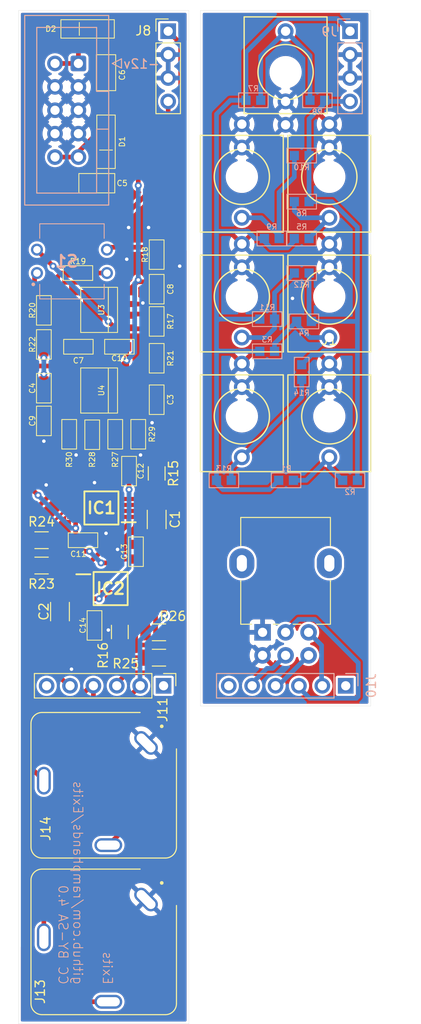
<source format=kicad_pcb>
(kicad_pcb (version 20211014) (generator pcbnew)
  (title_block (title "Exits") (date "2022-01-28") (rev "2.1"))
  (layers (0 "F.Cu" signal) (31 "B.Cu" signal) (34 "B.Paste" user) (35 "F.Paste" user) (36 "B.SilkS" user "B.Silkscreen") (37 "F.SilkS" user "F.Silkscreen") (38 "B.Mask" user) (39 "F.Mask" user) (44 "Edge.Cuts" user))
  (net 0 "")
  (net 1 "GND")
  (net 2 "Net-(C1-Pad1)")
  (net 3 "Net-(C1-Pad2)")
  (net 4 "Net-(C2-Pad1)")
  (net 5 "Net-(C2-Pad2)")
  (net 6 "+12V")
  (net 7 "-12V")
  (net 8 "Net-(D1-Pad2)")
  (net 9 "Net-(D2-Pad1)")
  (net 10 "Net-(J1-Pad3)")
  (net 11 "Net-(J2-Pad3)")
  (net 12 "Net-(J3-Pad3)")
  (net 13 "Net-(J4-Pad3)")
  (net 14 "Net-(J5-Pad3)")
  (net 15 "Net-(J6-Pad3)")
  (net 16 "Net-(J7-Pad3)")
  (net 17 "Net-(J9-Pad1)")
  (net 18 "Net-(J10-Pad4)")
  (net 19 "Net-(J10-Pad2)")
  (net 21 "Net-(R17-Pad2)")
  (net 22 "Net-(R18-Pad2)")
  (net 23 "Net-(C3-Pad2)")
  (net 24 "Net-(C3-Pad1)")
  (net 25 "Net-(C4-Pad2)")
  (net 26 "Net-(C4-Pad1)")
  (net 27 "Net-(J8-Pad1)")
  (net 28 "Net-(J10-Pad3)")
  (net 29 "Rout")
  (net 30 "Lout")
  (net 31 "HPoutR")
  (net 32 "HPoutL")
  (net 33 "Net-(R19-Pad2)")
  (net 34 "Net-(R20-Pad2)")
  (net 35 "Net-(IC1-Pad6)")
  (net 36 "Net-(IC1-Pad1)")
  (net 37 "Net-(IC2-Pad6)")
  (net 38 "Net-(IC2-Pad1)")
  (net 39 "Net-(J9-Pad4)")
  (net 40 "Net-(J8-Pad4)")
  (net 42 "Net-(J10-Pad5)")
  (footprint "nearness:PJ301M12" (layer "F.Cu") (at 156.5 71.055 180)
    (fp_text reference "J2" hide)
    (fp_text value "PJ301M12")
  )
  (footprint "nearness:PJ301M12" (layer "F.Cu") (at 156.5 58.055 180)
    (fp_text reference "J3" hide)
    (fp_text value "PJ301M12")
  )
  (footprint "nearness:PJ301M12" (layer "F.Cu") (at 151.75 46.695)
    (fp_text reference "J4" hide)
    (fp_text value "PJ301M12")
  )
  (footprint "nearness:PJ301M12" (layer "F.Cu") (at 147 58.055 180)
    (fp_text reference "J5" hide)
    (fp_text value "PJ301M12")
  )
  (footprint "nearness:PJ301M12" (layer "F.Cu") (at 147 71.055 180)
    (fp_text reference "J6" hide)
    (fp_text value "PJ301M12")
  )
  (footprint "nearness:PJ301M12" (layer "F.Cu") (at 147 84.055 180)
    (fp_text reference "J7" hide)
    (fp_text value "PJ301M12")
  )
  (footprint "Capacitors_SMD:C_1206" (layer "F.Cu") (at 137.75 95.25 90)
    (fp_text reference "C1")
    (fp_text value "100n")
  )
  (footprint "Capacitors_SMD:C_1206" (layer "F.Cu") (at 127.25 105.25 90)
    (fp_text reference "C2")
    (fp_text value "100n")
  )
  (footprint "nearness:0603" (layer "F.Cu") (at 137.75 82.25 -90)
    (fp_text reference "C3")
    (fp_text value "22p")
  )
  (footprint "nearness:0603" (layer "F.Cu") (at 125.5 81 -90)
    (fp_text reference "C4")
    (fp_text value "22p")
  )
  (footprint "nearness:0805" (layer "F.Cu") (at 131.25 58.75 180)
    (fp_text reference "C5")
    (fp_text value "22u")
  )
  (footprint "nearness:0805" (layer "F.Cu") (at 132.25 46.75 90)
    (fp_text reference "C6")
    (fp_text value "22u")
  )
  (footprint "nearness:0603" (layer "F.Cu") (at 129.25 76.5)
    (fp_text reference "C7")
    (fp_text value "100n")
  )
  (footprint "nearness:0603" (layer "F.Cu") (at 137.75 70.25 90)
    (fp_text reference "C8")
    (fp_text value "100n")
  )
  (footprint "nearness:0603" (layer "F.Cu") (at 125.5 84.55 -90)
    (fp_text reference "C9")
    (fp_text value "100n")
  )
  (footprint "nearness:0603" (layer "F.Cu") (at 133.7 76.5)
    (fp_text reference "C10")
    (fp_text value "100n")
  )
  (footprint "nearness:SOD-123" (layer "F.Cu") (at 132.25 54.25 90)
    (fp_text reference "D1")
    (fp_text value "1N5819HW")
  )
  (footprint "nearness:SOD-123" (layer "F.Cu") (at 130.25 42)
    (fp_text reference "D2")
    (fp_text value "1N5819HW")
  )
  (footprint "nearness:PJ301M12" (layer "F.Cu") (at 156.5 84.055 180)
    (fp_text reference "J1")
    (fp_text value "PJ301M12")
  )
  (footprint "Connector_PinHeader_2.54mm:PinHeader_1x04_P2.54mm_Vertical" (layer "F.Cu") (at 139 42.25)
    (fp_text reference "J8")
    (fp_text value "Conn_01x04_Male")
  )
  (footprint "Connector_PinHeader_2.54mm:PinHeader_1x06_P2.54mm_Vertical" (layer "F.Cu") (at 138.5 113.3 -90)
    (fp_text reference "J11")
    (fp_text value "Conn_01x06_Male")
  )
  (footprint "Resistor_SMD:R_1206_3216Metric" (layer "F.Cu") (at 137.75 90.25 -90)
    (fp_text reference "R15")
    (fp_text value "100k")
  )
  (footprint "Resistor_SMD:R_1206_3216Metric" (layer "F.Cu") (at 133.75 107.4625 90)
    (fp_text reference "R16")
    (fp_text value "100k")
  )
  (footprint "nearness:0603" (layer "F.Cu") (at 137.75 73.75 -90)
    (fp_text reference "R17")
    (fp_text value "100k")
  )
  (footprint "nearness:0603" (layer "F.Cu") (at 137.75 66.5 90)
    (fp_text reference "R18")
    (fp_text value "100k")
  )
  (footprint "nearness:0603" (layer "F.Cu") (at 129.2 68.5)
    (fp_text reference "R19")
    (fp_text value "100k")
  )
  (footprint "nearness:0603" (layer "F.Cu") (at 125.5 72.55 -90)
    (fp_text reference "R20")
    (fp_text value "100k")
  )
  (footprint "nearness:0603" (layer "F.Cu") (at 137.75 77.75 -90)
    (fp_text reference "R21")
    (fp_text value "100k")
  )
  (footprint "nearness:0603" (layer "F.Cu") (at 125.5 76.25 -90)
    (fp_text reference "R22")
    (fp_text value "100k")
  )
  (footprint "Resistor_SMD:R_1206_3216Metric" (layer "F.Cu") (at 125.25 100.25 180)
    (fp_text reference "R23")
    (fp_text value "1")
  )
  (footprint "Resistor_SMD:R_1206_3216Metric" (layer "F.Cu") (at 125.25 97.5 180)
    (fp_text reference "R24")
    (fp_text value "1")
  )
  (footprint "Resistor_SMD:R_1206_3216Metric" (layer "F.Cu") (at 138 110.25)
    (fp_text reference "R25")
    (fp_text value "1")
  )
  (footprint "Resistor_SMD:R_1206_3216Metric" (layer "F.Cu") (at 138 107.5)
    (fp_text reference "R26")
    (fp_text value "1")
  )
  (footprint "nearness:0603" (layer "F.Cu") (at 133.25 86 -90)
    (fp_text reference "R27")
    (fp_text value "100k")
  )
  (footprint "nearness:0603" (layer "F.Cu") (at 130.75 86.05 -90)
    (fp_text reference "R28")
    (fp_text value "100k")
  )
  (footprint "nearness:0603" (layer "F.Cu") (at 135.75 86 -90)
    (fp_text reference "R29")
    (fp_text value "1k")
  )
  (footprint "nearness:0603" (layer "F.Cu") (at 128.25 86 -90)
    (fp_text reference "R30")
    (fp_text value "1k")
  )
  (footprint "Potentiometer_THT:Potentiometer_Alpha_RD902F-40-00D_Dual_Vertical" (layer "F.Cu") (at 149.25 107.5 90)
    (fp_text reference "RV1" hide)
    (fp_text value "50k A" hide)
  )
  (footprint "nearness:SOIC-8" (layer "F.Cu") (at 131.5 72.5 90)
    (fp_text reference "U3")
    (fp_text value "LME49720")
  )
  (footprint "nearness:SOIC-8" (layer "F.Cu") (at 131.5 81.25 90)
    (fp_text reference "U4")
    (fp_text value "LME49720")
  )
  (footprint "SamacSys_Parts:SOP65P640X145-8N" (layer "F.Cu") (at 131.75 94 180)
    (fp_text reference "IC1")
    (fp_text value "NJM4556AV-TE1" hide)
  )
  (footprint "SamacSys_Parts:SOP65P640X145-8N" (layer "F.Cu") (at 132.75 102.75)
    (fp_text reference "IC2")
    (fp_text value "NJM4556AV-TE1" hide)
  )
  (footprint "nearness:0603" (layer "F.Cu") (at 129.75 97.5)
    (fp_text reference "C11")
    (fp_text value "100n")
  )
  (footprint "nearness:0603" (layer "F.Cu") (at 134.75 90 -90)
    (fp_text reference "C12")
    (fp_text value "100n")
  )
  (footprint "nearness:0603" (layer "F.Cu") (at 135.5 98.75 90)
    (fp_text reference "C13")
    (fp_text value "100n")
  )
  (footprint "nearness:0603" (layer "F.Cu") (at 131 106.75 90)
    (fp_text reference "C14")
    (fp_text value "100n")
  )
  (footprint "Connector:CUI_SJ-63083A" (layer "F.Cu") (at 132 124.1 90)
    (fp_text reference "J14")
    (fp_text value "SJ-63083A")
  )
  (footprint "Connector:CUI_SJ-63083A" (layer "F.Cu") (at 132 141.1 90)
    (fp_text reference "J13")
    (fp_text value "SJ-63083A")
  )
  (footprint "nearness:0603" (layer "B.Cu") (at 151.8 91 180)
    (fp_text reference "R1")
    (fp_text value "100k")
  )
  (footprint "nearness:0603" (layer "B.Cu") (at 158.75 91)
    (fp_text reference "R2")
    (fp_text value "1M69")
  )
  (footprint "nearness:0603" (layer "B.Cu") (at 149.75 77 180)
    (fp_text reference "R3")
    (fp_text value "102k")
  )
  (footprint "nearness:0603" (layer "B.Cu") (at 153.75 73.75)
    (fp_text reference "R4")
    (fp_text value "442k")
  )
  (footprint "nearness:0603" (layer "B.Cu") (at 153.5 64.75 180)
    (fp_text reference "R5")
    (fp_text value "113k")
  )
  (footprint "nearness:0603" (layer "B.Cu") (at 153.5 60.75)
    (fp_text reference "R6")
    (fp_text value "215k")
  )
  (footprint "nearness:0603" (layer "B.Cu") (at 148.25 49.75 180)
    (fp_text reference "R7")
    (fp_text value "140k")
  )
  (footprint "nearness:0603" (layer "B.Cu") (at 155.2 49.75)
    (fp_text reference "R8")
    (fp_text value "140k")
  )
  (footprint "nearness:0603" (layer "B.Cu") (at 150.25 64.75 180)
    (fp_text reference "R9")
    (fp_text value "215k")
  )
  (footprint "nearness:0603" (layer "B.Cu") (at 153.5 55.75)
    (fp_text reference "R10")
    (fp_text value "113k")
  )
  (footprint "nearness:0603" (layer "B.Cu") (at 149.75 73.5 180)
    (fp_text reference "R11")
    (fp_text value "442k")
  )
  (footprint "nearness:0603" (layer "B.Cu") (at 153.5 68.5)
    (fp_text reference "R12")
    (fp_text value "102k")
  )
  (footprint "nearness:0603" (layer "B.Cu") (at 145.05 91 180)
    (fp_text reference "R13")
    (fp_text value "1M69")
  )
  (footprint "nearness:0603" (layer "B.Cu") (at 153.5 79.25 90)
    (fp_text reference "R14")
    (fp_text value "100k")
  )
  (footprint "Connector_PinSocket_2.54mm:PinSocket_1x04_P2.54mm_Vertical" (layer "B.Cu") (at 158.75 42.25 180)
    (fp_text reference "J9")
    (fp_text value "Conn_01x04_Female")
  )
  (footprint "Connector_PinSocket_2.54mm:PinSocket_1x06_P2.54mm_Vertical" (layer "B.Cu") (at 158.28 113.3 90)
    (fp_text reference "J10")
    (fp_text value "Conn_01x06_Female")
  )
  (footprint "SamacSys_Parts:ADP0204" (layer "B.Cu") (at 124.75 68.5)
    (fp_text reference "S1")
    (fp_text value "ADP0204" hide)
  )
  (footprint "Connector_IDC:IDC-Header_2x05_P2.54mm_Vertical" (layer "B.Cu") (at 129.25 45.75 180)
    (fp_text reference "J12" hide)
    (fp_text value "Euro power header")
  )
  (gr_line (start 161 40) (end 161 115.5) (layer "Edge.Cuts") (width 0.0254))
  (gr_line (start 161 115.5) (end 142.5 115.5) (layer "Edge.Cuts") (width 0.0254))
  (gr_line (start 142.5 40) (end 161 40) (layer "Edge.Cuts") (width 0.0254))
  (gr_line (start 141.25 150) (end 122.75 150) (layer "Edge.Cuts") (width 0.0254))
  (gr_line (start 122.75 150) (end 122.75 40) (layer "Edge.Cuts") (width 0.0254))
  (gr_line (start 122.75 40) (end 141.25 40) (layer "Edge.Cuts") (width 0.0254))
  (gr_line (start 141.25 40) (end 141.25 150) (layer "Edge.Cuts") (width 0.0254))
  (gr_line (start 142.5 115.5) (end 142.5 40) (layer "Edge.Cuts") (width 0.0254))
  (gr_text "Exits\n\ngithub.com/ramphands/Exits\nCC BY-SA 4.0\n" (at 130 145.8 -90) (layer "B.SilkS") (effects (font (size 1 1) (thickness 0.1)) (justify left mirror)))
  (gr_text "-12v" (at 136.1 45.8) (layer "B.SilkS") (effects (font (size 1 1)) (justify mirror)))
  (via (at 134.5 67) (size 0.762) (drill 0.381) (layers "F.Cu" "B.Cu") (net 1))
  (via (at 134.7 63.56) (size 0.762) (drill 0.381) (layers "F.Cu" "B.Cu") (net 1))
  (via (at 136.87 63.56) (size 0.762) (drill 0.381) (layers "F.Cu" "B.Cu") (net 1))
  (via (at 125.5 86.75) (size 0.762) (drill 0.381) (layers "F.Cu" "B.Cu") (net 1))
  (via (at 152.5 71.25) (size 0.762) (drill 0.381) (layers "F.Cu" "B.Cu") (net 1))
  (via (at 132.25 96.75) (size 0.762) (drill 0.381) (layers "F.Cu" "B.Cu") (net 1))
  (via (at 132.5 107.25) (size 0.762) (drill 0.381) (layers "F.Cu" "B.Cu") (net 1))
  (via (at 131 91.25) (size 0.762) (drill 0.381) (layers "F.Cu" "B.Cu") (net 1))
  (via (at 125.75 91.5) (size 0.762) (drill 0.381) (layers "F.Cu" "B.Cu") (net 1))
  (via (at 129 88.25) (size 0.762) (drill 0.381) (layers "F.Cu" "B.Cu") (net 1))
  (via (at 136.25 71.75) (size 0.762) (drill 0.381) (layers "F.Cu" "B.Cu") (net 1))
  (via (at 133.5 98.5) (size 0.762) (drill 0.381) (layers "F.Cu" "B.Cu") (net 1))
  (via (at 137.25 84.75) (size 0.762) (drill 0.381) (layers "F.Cu" "B.Cu") (net 1))
  (via (at 140.25 67.75) (size 0.762) (drill 0.381) (layers "F.Cu" "B.Cu") (net 1))
  (via (at 128.5 111.5) (size 0.762) (drill 0.381) (layers "F.Cu" "B.Cu") (net 1))
  (via (at 136 88.25) (size 0.762) (drill 0.381) (layers "F.Cu" "B.Cu") (net 1))
  (segment (start 136.904991 111.891999) (end 137.62998 111.16701) (width 0.508) (layer "F.Cu") (net 2))
  (segment (start 137.62998 111.16701) (end 137.62998 96.87002) (width 0.508) (layer "F.Cu") (net 2))
  (segment (start 137.62998 96.87002) (end 137.75 96.75) (width 0.508) (layer "F.Cu") (net 2))
  (segment (start 134.568001 111.891999) (end 136.904991 111.891999) (width 0.508) (layer "F.Cu") (net 2))
  (segment (start 133.21 113.25) (end 134.568001 111.891999) (width 0.508) (layer "F.Cu") (net 2))
  (segment (start 134.712 93.675) (end 137.675 93.675) (width 0.3) (layer "F.Cu") (net 3))
  (segment (start 134.712 93.675) (end 133.647298 93.675) (width 0.3) (layer "F.Cu") (net 3))
  (segment (start 133.647298 93.675) (end 132.997298 93.025) (width 0.3) (layer "F.Cu") (net 3))
  (segment (start 132.997298 93.025) (end 128.788 93.025) (width 0.3) (layer "F.Cu") (net 3))
  (segment (start 137.675 93.675) (end 137.75 93.75) (width 0.3) (layer "F.Cu") (net 3))
  (segment (start 137.75 91.7125) (end 137.75 93.75) (width 0.508) (layer "F.Cu") (net 3))
  (segment (start 127.25 112.37) (end 128.13 113.25) (width 0.508) (layer "F.Cu") (net 4))
  (segment (start 127.25 106.75) (end 127.25 112.37) (width 0.508) (layer "F.Cu") (net 4))
  (segment (start 129.788 103.075) (end 127.925 103.075) (width 0.3) (layer "F.Cu") (net 5))
  (segment (start 132.825 103.075) (end 129.788 103.075) (width 0.3) (layer "F.Cu") (net 5))
  (segment (start 133.75 106) (end 135.712 104.038) (width 0.508) (layer "F.Cu") (net 5))
  (segment (start 135.712 104.038) (end 135.712 103.808001) (width 0.508) (layer "F.Cu") (net 5))
  (segment (start 135.712 103.725) (end 133.475 103.725) (width 0.3) (layer "F.Cu") (net 5))
  (segment (start 133.475 103.725) (end 132.825 103.075) (width 0.3) (layer "F.Cu") (net 5))
  (segment (start 127.925 103.075) (end 127.25 103.75) (width 0.3) (layer "F.Cu") (net 5))
  (segment (start 127.456001 64.801999) (end 124.194159 64.801999) (width 0.508) (layer "F.Cu") (net 6))
  (segment (start 135.5 99.55) (end 135.5 101.479999) (width 0.508) (layer "F.Cu") (net 6))
  (segment (start 124.194159 64.801999) (end 123.591999 65.404159) (width 0.508) (layer "F.Cu") (net 6))
  (segment (start 128.95 97.5) (end 128.95 96.2) (width 0.508) (layer "F.Cu") (net 6))
  (segment (start 134.2 99.55) (end 135.5 99.55) (width 0.508) (layer "F.Cu") (net 6))
  (segment (start 123.591999 81.841999) (end 123.591999 91.341999) (width 0.508) (layer "F.Cu") (net 6))
  (segment (start 126.358001 78.591999) (end 123.591999 78.591999) (width 0.508) (layer "F.Cu") (net 6))
  (segment (start 128.95 95.220001) (end 128.788 95.058001) (width 0.508) (layer "F.Cu") (net 6))
  (segment (start 123.591999 91.341999) (end 124.871382 92.621382) (width 0.508) (layer "F.Cu") (net 6))
  (segment (start 123.591999 81.841999) (end 125.5 83.75) (width 0.508) (layer "F.Cu") (net 6))
  (segment (start 132.25 60.008) (end 127.456001 64.801999) (width 0.508) (layer "F.Cu") (net 6))
  (segment (start 128.95 97.5) (end 128.95 97.7) (width 0.508) (layer "F.Cu") (net 6))
  (segment (start 133.786382 99.963618) (end 134.2 99.55) (width 0.508) (layer "F.Cu") (net 6))
  (segment (start 128.5 83.155) (end 126.095 83.155) (width 0.508) (layer "F.Cu") (net 6))
  (segment (start 132.25 58.75) (end 132.25 60.008) (width 0.508) (layer "F.Cu") (net 6))
  (segment (start 131.713618 99.963618) (end 133.786382 99.963618) (width 0.508) (layer "F.Cu") (net 6))
  (segment (start 128.95 97.814402) (end 129.84198 98.706382) (width 0.508) (layer "F.Cu") (net 6))
  (segment (start 128.95 96.2) (end 128.95 95.220001) (width 0.508) (layer "F.Cu") (net 6))
  (segment (start 135.5 101.479999) (end 135.712 101.691999) (width 0.508) (layer "F.Cu") (net 6))
  (segment (start 126.095 83.155) (end 125.5 83.75) (width 0.508) (layer "F.Cu") (net 6))
  (segment (start 132.25 56.15) (end 132.25 58.75) (width 0.508) (layer "F.Cu") (net 6))
  (segment (start 128.45 76.5) (end 128.45 74.455) (width 0.508) (layer "F.Cu") (net 6))
  (segment (start 123.591999 78.591999) (end 123.591999 81.841999) (width 0.508) (layer "F.Cu") (net 6))
  (segment (start 128.95 97.5) (end 128.95 97.814402) (width 0.508) (layer "F.Cu") (net 6))
  (segment (start 128.45 74.455) (end 128.5 74.405) (width 0.508) (layer "F.Cu") (net 6))
  (segment (start 129.84198 98.706382) (end 130.456382 98.706382) (width 0.508) (layer "F.Cu") (net 6))
  (segment (start 128.45 76.5) (end 126.358001 78.591999) (width 0.508) (layer "F.Cu") (net 6))
  (segment (start 123.591999 65.404159) (end 123.591999 78.591999) (width 0.508) (layer "F.Cu") (net 6))
  (via (at 131.713618 99.963618) (size 0.762) (drill 0.381) (layers "F.Cu" "B.Cu") (net 6))
  (via (at 130.456382 98.706382) (size 0.762) (drill 0.381) (layers "F.Cu" "B.Cu") (net 6))
  (via (at 128.95 96.2) (size 0.762) (drill 0.381) (layers "F.Cu" "B.Cu") (net 6))
  (via (at 124.871382 92.621382) (size 0.762) (drill 0.381) (layers "F.Cu" "B.Cu") (net 6))
  (segment (start 130.456382 98.706382) (end 131.713618 99.963618) (width 0.508) (layer "B.Cu") (net 6))
  (segment (start 124.871382 92.621382) (end 128.45 96.2) (width 0.508) (layer "B.Cu") (net 6))
  (segment (start 128.45 96.2) (end 128.95 96.2) (width 0.508) (layer "B.Cu") (net 6))
  (segment (start 134.75 92) (end 134.75 92.903999) (width 0.508) (layer "F.Cu") (net 7))
  (segment (start 131.5 103.86) (end 129.839999 103.86) (width 0.508) (layer "F.Cu") (net 7))
  (segment (start 132.229989 89.287989) (end 133.742 90.8) (width 0.508) (layer "F.Cu") (net 7))
  (segment (start 134.5 78) (end 134.5 79.345) (width 0.508) (layer "F.Cu") (net 7))
  (segment (start 131 105.95) (end 129.992 105.95) (width 0.508) (layer "F.Cu") (net 7))
  (segment (start 134.5 70.595) (end 135.645 69.45) (width 0.508) (layer "F.Cu") (net 7))
  (segment (start 134.75 90.8) (end 134.75 92) (width 0.508) (layer "F.Cu") (net 7))
  (segment (start 132.25 45.75) (end 135.410158 45.75) (width 0.508) (layer "F.Cu") (net 7))
  (segment (start 134.75 92.903999) (end 134.712 92.941999) (width 0.508) (layer "F.Cu") (net 7))
  (segment (start 129.992 105.95) (end 129.788 105.746) (width 0.508) (layer "F.Cu") (net 7))
  (segment (start 129.788 105.746) (end 129.788 103.808001) (width 0.508) (layer "F.Cu") (net 7))
  (segment (start 135.410158 45.75) (end 135.75 46.089842) (width 0.508) (layer "F.Cu") (net 7))
  (segment (start 132.15 45.65) (end 132.25 45.75) (width 0.508) (layer "F.Cu") (net 7))
  (segment (start 133.742 90.8) (end 134.75 90.8) (width 0.508) (layer "F.Cu") (net 7))
  (segment (start 132.229989 80.270011) (end 132.229989 89.287989) (width 0.508) (layer "F.Cu") (net 7))
  (segment (start 132.15 42) (end 132.15 45.65) (width 0.508) (layer "F.Cu") (net 7))
  (segment (start 134.5 78) (end 132.229989 80.270011) (width 0.508) (layer "F.Cu") (net 7))
  (segment (start 135.75 46.089842) (end 135.75 59) (width 0.508) (layer "F.Cu") (net 7))
  (segment (start 135.645 69.45) (end 137.75 69.45) (width 0.508) (layer "F.Cu") (net 7))
  (segment (start 134.5 76.5) (end 134.5 78) (width 0.508) (layer "F.Cu") (net 7))
  (via (at 134.75 92) (size 0.762) (drill 0.381) (layers "F.Cu" "B.Cu") (net 7))
  (via (at 134.5 78) (size 0.762) (drill 0.381) (layers "F.Cu" "B.Cu") (net 7))
  (via (at 131.5 103.86) (size 0.762) (drill 0.381) (layers "F.Cu" "B.Cu") (net 7))
  (via (at 135.75 59) (size 0.762) (drill 0.381) (layers "F.Cu" "B.Cu") (net 7))
  (via (at 135.75 69.25) (size 0.762) (drill 0.381) (layers "F.Cu" "B.Cu") (net 7))
  (segment (start 135.75 59) (end 135.75 69.25) (width 0.508) (layer "B.Cu") (net 7))
  (segment (start 135.75 69.25) (end 135.360999 69.639001) (width 0.508) (layer "B.Cu") (net 7))
  (segment (start 134.75 100.5) (end 131.5 103.75) (width 0.508) (layer "B.Cu") (net 7))
  (segment (start 135.360999 77.139001) (end 134.5 78) (width 0.508) (layer "B.Cu") (net 7))
  (segment (start 131.5 103.75) (end 131.5 103.86) (width 0.508) (layer "B.Cu") (net 7))
  (segment (start 135.360999 69.639001) (end 135.360999 77.139001) (width 0.508) (layer "B.Cu") (net 7))
  (segment (start 134.75 92) (end 134.75 100.5) (width 0.508) (layer "B.Cu") (net 7))
  (segment (start 129.25 55.35) (end 132.25 52.35) (width 0.508) (layer "F.Cu") (net 8))
  (segment (start 126.71 55.91) (end 129.25 55.91) (width 0.508) (layer "F.Cu") (net 8))
  (segment (start 129.25 55.91) (end 129.25 55.35) (width 0.508) (layer "F.Cu") (net 8))
  (segment (start 129.25 42.9) (end 128.35 42) (width 0.508) (layer "F.Cu") (net 9))
  (segment (start 126.71 45.75) (end 129.25 45.75) (width 0.508) (layer "F.Cu") (net 9))
  (segment (start 129.25 45.75) (end 129.25 42.9) (width 0.508) (layer "F.Cu") (net 9))
  (segment (start 154 91) (end 156.5 88.5) (width 0.508) (layer "B.Cu") (net 10))
  (segment (start 156.5 89.55) (end 157.95 91) (width 0.508) (layer "B.Cu") (net 10))
  (segment (start 152.6 91) (end 154 91) (width 0.508) (layer "B.Cu") (net 10))
  (segment (start 156.5 88.5) (end 156.5 89.55) (width 0.508) (layer "B.Cu") (net 10))
  (segment (start 152.95 74.064402) (end 152.95 73.75) (width 0.508) (layer "B.Cu") (net 11))
  (segment (start 150.55 76.15) (end 152.95 73.75) (width 0.508) (layer "B.Cu") (net 11))
  (segment (start 154.385598 75.5) (end 152.95 74.064402) (width 0.508) (layer "B.Cu") (net 11))
  (segment (start 156.5 75.5) (end 154.385598 75.5) (width 0.508) (layer "B.Cu") (net 11))
  (segment (start 150.55 77) (end 150.55 76.15) (width 0.508) (layer "B.Cu") (net 11))
  (segment (start 154.3 64.75) (end 154.3 64.7) (width 0.508) (layer "B.Cu") (net 12))
  (segment (start 154.3 64.7) (end 156.5 62.5) (width 0.508) (layer "B.Cu") (net 12))
  (segment (start 152.7 61.758) (end 152.7 60.75) (width 0.508) (layer "B.Cu") (net 12))
  (segment (start 156.5 62.5) (end 153.442 62.5) (width 0.508) (layer "B.Cu") (net 12))
  (segment (start 153.442 62.5) (end 152.7 61.758) (width 0.508) (layer "B.Cu") (net 12))
  (segment (start 154.4 44.9) (end 151.75 42.25) (width 0.508) (layer "B.Cu") (net 13))
  (segment (start 149.05 49.75) (end 149.05 44.95) (width 0.508) (layer "B.Cu") (net 13))
  (segment (start 149.05 44.95) (end 151.75 42.25) (width 0.508) (layer "B.Cu") (net 13))
  (segment (start 154.4 49.75) (end 154.4 44.9) (width 0.508) (layer "B.Cu") (net 13))
  (segment (start 149.114402 62.5) (end 147 62.5) (width 0.508) (layer "B.Cu") (net 14))
  (segment (start 152.7 58.077644) (end 151.05 59.727644) (width 0.508) (layer "B.Cu") (net 14))
  (segment (start 151.05 59.727644) (end 151.05 64.75) (width 0.508) (layer "B.Cu") (net 14))
  (segment (start 151.05 64.435598) (end 149.114402 62.5) (width 0.508) (layer "B.Cu") (net 14))
  (segment (start 152.7 55.75) (end 152.7 58.077644) (width 0.508) (layer "B.Cu") (net 14))
  (segment (start 151.05 64.75) (end 151.05 64.435598) (width 0.508) (layer "B.Cu") (net 14))
  (segment (start 150.55 70.65) (end 152.7 68.5) (width 0.508) (layer "B.Cu") (net 15))
  (segment (start 150.55 74.508) (end 149.558 75.5) (width 0.508) (layer "B.Cu") (net 15))
  (segment (start 149.558 75.5) (end 147 75.5) (width 0.508) (layer "B.Cu") (net 15))
  (segment (start 150.55 73.5) (end 150.55 74.508) (width 0.508) (layer "B.Cu") (net 15))
  (segment (start 150.55 73.5) (end 150.55 70.65) (width 0.508) (layer "B.Cu") (net 15))
  (segment (start 153.5 80.05) (end 153.5 82) (width 0.508) (layer "B.Cu") (net 16))
  (segment (start 145.85 91) (end 145.85 89.65) (width 0.508) (layer "B.Cu") (net 16))
  (segment (start 153.5 82) (end 147 88.5) (width 0.508) (layer "B.Cu") (net 16))
  (segment (start 145.85 89.65) (end 147 88.5) (width 0.508) (layer "B.Cu") (net 16))
  (segment (start 149.991999 92.008001) (end 144.943599 92.008001) (width 0.508) (layer "B.Cu") (net 17))
  (segment (start 152.7 64.75) (end 152.7 65.014402) (width 0.508) (layer "B.Cu") (net 17))
  (segment (start 150.143599 65.758001) (end 149.45 65.064402) (width 0.508) (layer "B.Cu") (net 17))
  (segment (start 144.943599 92.008001) (end 144.25 91.314402) (width 0.508) (layer "B.Cu") (net 17))
  (segment (start 151.091631 40.878399) (end 157.378399 40.878399) (width 0.508) (layer "B.Cu") (net 17))
  (segment (start 144.25 51.25) (end 144.25 61) (width 0.508) (layer "B.Cu") (net 17))
  (segment (start 144.5 73.5) (end 144.25 73.75) (width 0.508) (layer "B.Cu") (net 17))
  (segment (start 145.75 49.75) (end 144.25 51.25) (width 0.508) (layer "B.Cu") (net 17))
  (segment (start 147.68997 77) (end 147.658369 76.968399) (width 0.508) (layer "B.Cu") (net 17))
  (segment (start 147.45 49.75) (end 147.45 44.52003) (width 0.508) (layer "B.Cu") (net 17))
  (segment (start 149.45 64.75) (end 148.442 64.75) (width 0.508) (layer "B.Cu") (net 17))
  (segment (start 148.442 64.75) (end 147.660399 63.968399) (width 0.508) (layer "B.Cu") (net 17))
  (segment (start 144.281601 63.968399) (end 144.25 64) (width 0.508) (layer "B.Cu") (net 17))
  (segment (start 148.95 73.5) (end 144.5 73.5) (width 0.508) (layer "B.Cu") (net 17))
  (segment (start 152.7 65.014402) (end 151.956401 65.758001) (width 0.508) (layer "B.Cu") (net 17))
  (segment (start 147.45 49.75) (end 145.75 49.75) (width 0.508) (layer "B.Cu") (net 17))
  (segment (start 147.45 44.52003) (end 151.091631 40.878399) (width 0.508) (layer "B.Cu") (net 17))
  (segment (start 144.25 64) (end 144.25 73.75) (width 0.508) (layer "B.Cu") (net 17))
  (segment (start 144.25 76.75) (end 144.25 91) (width 0.508) (layer "B.Cu") (net 17))
  (segment (start 151 91) (end 149.991999 92.008001) (width 0.508) (layer "B.Cu") (net 17))
  (segment (start 147.660399 63.968399) (end 144.281601 63.968399) (width 0.508) (layer "B.Cu") (net 17))
  (segment (start 147.658369 76.968399) (end 144.468399 76.968399) (width 0.508) (layer "B.Cu") (net 17))
  (segment (start 144.25 61) (end 144.25 64) (width 0.508) (layer "B.Cu") (net 17))
  (segment (start 157.378399 40.878399) (end 158.75 42.25) (width 0.508) (layer "B.Cu") (net 17))
  (segment (start 144.25 91.314402) (end 144.25 91) (width 0.508) (layer "B.Cu") (net 17))
  (segment (start 148.95 77) (end 147.68997 77) (width 0.508) (layer "B.Cu") (net 17))
  (segment (start 151.956401 65.758001) (end 150.143599 65.758001) (width 0.508) (layer "B.Cu") (net 17))
  (segment (start 149.45 65.064402) (end 149.45 64.75) (width 0.508) (layer "B.Cu") (net 17))
  (segment (start 144.468399 76.968399) (end 144.25 76.75) (width 0.508) (layer "B.Cu") (net 17))
  (segment (start 144.25 73.75) (end 144.25 76.75) (width 0.508) (layer "B.Cu") (net 17))
  (segment (start 154.25 110) (end 151 113.25) (width 0.508) (layer "B.Cu") (net 18))
  (segment (start 151 113.25) (end 150.42 113.25) (width 0.508) (layer "B.Cu") (net 18))
  (segment (start 155.658001 108.908001) (end 155.658001 113.091999) (width 0.508) (layer "B.Cu") (net 19))
  (segment (start 154.25 107.5) (end 155.658001 108.908001) (width 0.508) (layer "B.Cu") (net 19))
  (segment (start 124.75 65.96) (end 124.75 66) (width 0.508) (layer "F.Cu") (net 21))
  (segment (start 137.75 74.55) (end 134.645 74.55) (width 0.508) (layer "F.Cu") (net 21))
  (segment (start 134.645 74.55) (end 134.5 74.405) (width 0.508) (layer "F.Cu") (net 21))
  (segment (start 137.75 76.95) (end 137.75 74.55) (width 0.508) (layer "F.Cu") (net 21))
  (segment (start 124.75 66) (end 126.5 67.75) (width 0.508) (layer "F.Cu") (net 21))
  (segment (start 132.5 73.75) (end 133.155 74.405) (width 0.508) (layer "F.Cu") (net 21))
  (segment (start 133.155 74.405) (end 134.5 74.405) (width 0.508) (layer "F.Cu") (net 21))
  (via (at 132.5 73.75) (size 0.762) (drill 0.381) (layers "F.Cu" "B.Cu") (net 21))
  (via (at 126.5 67.75) (size 0.762) (drill 0.381) (layers "F.Cu" "B.Cu") (net 21))
  (segment (start 128.408001 69.658001) (end 132.5 73.75) (width 0.508) (layer "B.Cu") (net 21))
  (segment (start 126.5 67.75) (end 128.408001 69.658001) (width 0.508) (layer "B.Cu") (net 21))
  (segment (start 137.75 65.7) (end 132.61 65.7) (width 0.508) (layer "F.Cu") (net 22))
  (segment (start 132.61 65.7) (end 132.35 65.96) (width 0.508) (layer "F.Cu") (net 22))
  (segment (start 137.645 83.155) (end 137.75 83.05) (width 0.508) (layer "F.Cu") (net 23))
  (segment (start 134.5 83.155) (end 137.645 83.155) (width 0.508) (layer "F.Cu") (net 23))
  (segment (start 135.75 84.405) (end 134.5 83.155) (width 0.508) (layer "F.Cu") (net 23))
  (segment (start 135.75 85.2) (end 135.75 84.405) (width 0.508) (layer "F.Cu") (net 23))
  (segment (start 137.05 81.45) (end 136.615 81.885) (width 0.508) (layer "F.Cu") (net 24))
  (segment (start 134.5 81.885) (end 133.530598 81.885) (width 0.508) (layer "F.Cu") (net 24))
  (segment (start 137.75 81.45) (end 137.75 78.55) (width 0.508) (layer "F.Cu") (net 24))
  (segment (start 132.991999 84.941999) (end 133.25 85.2) (width 0.508) (layer "F.Cu") (net 24))
  (segment (start 137.75 81.45) (end 137.05 81.45) (width 0.508) (layer "F.Cu") (net 24))
  (segment (start 133.530598 81.885) (end 132.991999 82.423599) (width 0.508) (layer "F.Cu") (net 24))
  (segment (start 132.991999 82.423599) (end 132.991999 84.941999) (width 0.508) (layer "F.Cu") (net 24))
  (segment (start 136.615 81.885) (end 134.5 81.885) (width 0.508) (layer "F.Cu") (net 24))
  (segment (start 129.469402 81.885) (end 130.008001 82.423599) (width 0.508) (layer "F.Cu") (net 25))
  (segment (start 128.5 81.885) (end 125.585 81.885) (width 0.508) (layer "F.Cu") (net 25))
  (segment (start 128.694402 85.2) (end 128.25 85.2) (width 0.508) (layer "F.Cu") (net 25))
  (segment (start 125.585 81.885) (end 125.5 81.8) (width 0.508) (layer "F.Cu") (net 25))
  (segment (start 130.008001 82.423599) (end 130.008001 83.886401) (width 0.508) (layer "F.Cu") (net 25))
  (segment (start 128.5 81.885) (end 129.469402 81.885) (width 0.508) (layer "F.Cu") (net 25))
  (segment (start 130.008001 83.886401) (end 128.694402 85.2) (width 0.508) (layer "F.Cu") (net 25))
  (segment (start 125.5 77.05) (end 125.5 77.702999) (width 0.508) (layer "F.Cu") (net 26))
  (segment (start 128.5 80.615) (end 130.008 80.615) (width 0.508) (layer "F.Cu") (net 26))
  (segment (start 130.770011 81.377011) (end 130.770011 85.229989) (width 0.508) (layer "F.Cu") (net 26))
  (segment (start 128.5 80.615) (end 125.915 80.615) (width 0.508) (layer "F.Cu") (net 26))
  (segment (start 125.915 80.615) (end 125.5 80.2) (width 0.508) (layer "F.Cu") (net 26))
  (segment (start 125.5 80.2) (end 125.5 79.480999) (width 0.508) (layer "F.Cu") (net 26))
  (segment (start 130.770011 85.229989) (end 130.75 85.25) (width 0.508) (layer "F.Cu") (net 26))
  (segment (start 130.008 80.615) (end 130.770011 81.377011) (width 0.508) (layer "F.Cu") (net 26))
  (via (at 125.5 77.702999) (size 0.762) (drill 0.381) (layers "F.Cu" "B.Cu") (net 26))
  (via (at 125.5 79.480999) (size 0.762) (drill 0.381) (layers "F.Cu" "B.Cu") (net 26))
  (segment (start 125.5 77.702999) (end 125.5 79.25) (width 0.508) (layer "B.Cu") (net 26))
  (segment (start 125.5 79.25) (end 125.5 79.480999) (width 0.508) (layer "B.Cu") (net 26))
  (segment (start 140.358001 65.699999) (end 140.358001 43.608001) (width 0.508) (layer "F.Cu") (net 27))
  (segment (start 137.75 72.95) (end 137.764402 72.95) (width 0.508) (layer "F.Cu") (net 27))
  (segment (start 137.764402 72.95) (end 138.758001 71.956401) (width 0.508) (layer "F.Cu") (net 27))
  (segment (start 134.685 72.95) (end 134.5 73.135) (width 0.508) (layer "F.Cu") (net 27))
  (segment (start 138.758 67.3) (end 140.358001 65.699999) (width 0.508) (layer "F.Cu") (net 27))
  (segment (start 138.758001 68.308001) (end 137.75 67.3) (width 0.508) (layer "F.Cu") (net 27))
  (segment (start 137.75 67.3) (end 138.758 67.3) (width 0.508) (layer "F.Cu") (net 27))
  (segment (start 137.75 72.95) (end 134.685 72.95) (width 0.508) (layer "F.Cu") (net 27))
  (segment (start 140.358001 43.608001) (end 139 42.25) (width 0.508) (layer "F.Cu") (net 27))
  (segment (start 138.758001 71.956401) (end 138.758001 68.308001) (width 0.508) (layer "F.Cu") (net 27))
  (segment (start 153.158001 106.091999) (end 151.75 107.5) (width 0.508) (layer "B.Cu") (net 28))
  (segment (start 154.368001 114.658001) (end 159.436401 114.658001) (width 0.508) (layer "B.Cu") (net 28))
  (segment (start 159.436401 114.658001) (end 159.638001 114.456401) (width 0.508) (layer "B.Cu") (net 28))
  (segment (start 154.925841 106.091999) (end 153.158001 106.091999) (width 0.508) (layer "B.Cu") (net 28))
  (segment (start 152.96 113.25) (end 154.368001 114.658001) (width 0.508) (layer "B.Cu") (net 28))
  (segment (start 159.638001 114.456401) (end 159.638001 110.804159) (width 0.508) (layer "B.Cu") (net 28))
  (segment (start 159.638001 110.804159) (end 154.925841 106.091999) (width 0.508) (layer "B.Cu") (net 28))
  (segment (start 125.128159 114.658001) (end 124.421999 113.951841) (width 0.508) (layer "F.Cu") (net 29))
  (segment (start 123.5 141.138058) (end 129.961942 147.6) (width 0.508) (layer "F.Cu") (net 29))
  (segment (start 124.85801 93.89199) (end 130.75 88) (width 0.508) (layer "F.Cu") (net 29))
  (segment (start 128.25 86.8) (end 130.7 86.8) (width 0.508) (layer "F.Cu") (net 29))
  (segment (start 124.421999 113.951841) (end 124.421999 112.423863) (width 0.508) (layer "F.Cu") (net 29))
  (segment (start 130.67 113.25) (end 129.261999 114.658001) (width 0.508) (layer "F.Cu") (net 29))
  (segment (start 130.88 113.3) (end 130.88 122.42) (width 0.508) (layer "F.Cu") (net 29))
  (segment (start 130.7 86.8) (end 130.75 86.85) (width 0.508) (layer "F.Cu") (net 29))
  (segment (start 130.88 122.42) (end 123.5 129.8) (width 0.508) (layer "F.Cu") (net 29))
  (segment (start 123.5 129.8) (end 123.5 141.138058) (width 0.508) (layer "F.Cu") (net 29))
  (segment (start 129.261999 114.658001) (end 125.128159 114.658001) (width 0.508) (layer "F.Cu") (net 29))
  (segment (start 124.85801 111.987852) (end 124.85801 93.89199) (width 0.508) (layer "F.Cu") (net 29))
  (segment (start 130.75 88) (end 130.75 86.85) (width 0.508) (layer "F.Cu") (net 29))
  (segment (start 129.961942 147.6) (end 132.5 147.6) (width 0.508) (layer "F.Cu") (net 29))
  (segment (start 124.421999 112.423863) (end 124.85801 111.987852) (width 0.508) (layer "F.Cu") (net 29))
  (segment (start 125.5 130.9) (end 133.3 123.1) (width 0.508) (layer "F.Cu") (net 30))
  (segment (start 138.6 99.4) (end 138.6 105.7) (width 0.508) (layer "F.Cu") (net 30))
  (segment (start 135.75 86.8) (end 137.77199 86.8) (width 0.508) (layer "F.Cu") (net 30))
  (segment (start 133.3 123.1) (end 133.3 115.96) (width 0.508) (layer "F.Cu") (net 30))
  (segment (start 125.5 140.6) (end 125.5 130.9) (width 0.508) (layer "F.Cu") (net 30))
  (segment (start 139.5 98.5) (end 138.6 99.4) (width 0.508) (layer "F.Cu") (net 30))
  (segment (start 137.77199 86.8) (end 139.5 88.52801) (width 0.508) (layer "F.Cu") (net 30))
  (segment (start 133.3 115.96) (end 135.96 113.3) (width 0.508) (layer "F.Cu") (net 30))
  (segment (start 139.5 88.52801) (end 139.5 98.5) (width 0.508) (layer "F.Cu") (net 30))
  (segment (start 133.25 86.8) (end 135.75 86.8) (width 0.508) (layer "F.Cu") (net 30))
  (via (at 138.6 105.7) (size 0.762) (drill 0.381) (layers "F.Cu" "B.Cu") (net 30))
  (segment (start 135.94 113.3) (end 135.94 108.36) (width 0.508) (layer "B.Cu") (net 30))
  (segment (start 135.94 108.36) (end 138.6 105.7) (width 0.508) (layer "B.Cu") (net 30))
  (segment (start 139.4625 107.5) (end 139.4625 110.25) (width 0.508) (layer "F.Cu") (net 31))
  (segment (start 139.857511 110.645011) (end 139.857511 123.242489) (width 0.508) (layer "F.Cu") (net 31))
  (segment (start 139.857511 123.242489) (end 132.5 130.6) (width 0.508) (layer "F.Cu") (net 31))
  (segment (start 139.4625 110.25) (end 139.857511 110.645011) (width 0.508) (layer "F.Cu") (net 31))
  (segment (start 123.7875 100.25) (end 123.660479 100.377021) (width 0.508) (layer "F.Cu") (net 32))
  (segment (start 123.660479 100.377021) (end 123.660479 121.760479) (width 0.508) (layer "F.Cu") (net 32))
  (segment (start 123.660479 121.760479) (end 125.5 123.6) (width 0.508) (layer "F.Cu") (net 32))
  (segment (start 123.7875 97.5) (end 123.7875 100.25) (width 0.508) (layer "F.Cu") (net 32))
  (segment (start 132.35 68.5) (end 130 68.5) (width 0.508) (layer "F.Cu") (net 33))
  (segment (start 128.5 73.135) (end 125.715 73.135) (width 0.508) (layer "F.Cu") (net 34))
  (segment (start 124.491999 72.656401) (end 124.491999 68.758001) (width 0.508) (layer "F.Cu") (net 34))
  (segment (start 125.5 73.35) (end 125.5 75.45) (width 0.508) (layer "F.Cu") (net 34))
  (segment (start 125.715 73.135) (end 125.5 73.35) (width 0.508) (layer "F.Cu") (net 34))
  (segment (start 125.185598 73.35) (end 124.491999 72.656401) (width 0.508) (layer "F.Cu") (net 34))
  (segment (start 124.491999 68.758001) (end 124.75 68.5) (width 0.508) (layer "F.Cu") (net 34))
  (segment (start 125.5 73.35) (end 125.185598 73.35) (width 0.508) (layer "F.Cu") (net 34))
  (segment (start 126.7125 95.335798) (end 126.7125 97.5) (width 0.3) (layer "F.Cu") (net 35))
  (segment (start 128.788 94.325) (end 127.723298 94.325) (width 0.3) (layer "F.Cu") (net 35))
  (segment (start 128.788 93.675) (end 128.788 94.325) (width 0.3) (layer "F.Cu") (net 35))
  (segment (start 127.723298 94.325) (end 126.7125 95.335798) (width 0.3) (layer "F.Cu") (net 35))
  (segment (start 134.712 95.708) (end 134.712 94.975) (width 0.508) (layer "F.Cu") (net 36))
  (segment (start 126.7125 100.25) (end 130.17 100.25) (width 0.508) (layer "F.Cu") (net 36))
  (segment (start 134.712 94.325) (end 134.712 94.975) (width 0.3) (layer "F.Cu") (net 36))
  (segment (start 130.17 100.25) (end 134.712 95.708) (width 0.508) (layer "F.Cu") (net 36))
  (segment (start 135.712 103.075) (end 136.776702 103.075) (width 0.3) (layer "F.Cu") (net 37))
  (segment (start 136.878501 107.158999) (end 136.5375 107.5) (width 0.3) (layer "F.Cu") (net 37))
  (segment (start 135.712 102.425) (end 135.712 103.075) (width 0.3) (layer "F.Cu") (net 37))
  (segment (start 136.776702 103.075) (end 136.878501 103.176799) (width 0.3) (layer "F.Cu") (net 37))
  (segment (start 136.878501 103.176799) (end 136.878501 107.158999) (width 0.3) (layer "F.Cu") (net 37))
  (segment (start 129.788 101.775) (end 127.010598 101.775) (width 0.508) (layer "F.Cu") (net 38))
  (segment (start 129.788 101.775) (end 129.788 102.425) (width 0.3) (layer "F.Cu") (net 38))
  (segment (start 129.991999 107.277597) (end 129.991999 109.557721) (width 0.508) (layer "F.Cu") (net 38))
  (segment (start 127.010598 101.775) (end 125.941999 102.843599) (width 0.508) (layer "F.Cu") (net 38))
  (segment (start 129.991999 109.557721) (end 130.684278 110.25) (width 0.508) (layer "F.Cu") (net 38))
  (segment (start 128.456401 105.741999) (end 129.991999 107.277597) (width 0.508) (layer "F.Cu") (net 38))
  (segment (start 125.941999 102.843599) (end 125.941999 104.656401) (width 0.508) (layer "F.Cu") (net 38))
  (segment (start 130.684278 110.25) (end 136.5375 110.25) (width 0.508) (layer "F.Cu") (net 38))
  (segment (start 125.941999 104.656401) (end 127.027597 105.741999) (width 0.508) (layer "F.Cu") (net 38))
  (segment (start 127.027597 105.741999) (end 128.456401 105.741999) (width 0.508) (layer "F.Cu") (net 38))
  (segment (start 154.3 51.764402) (end 156 50.064402) (width 0.508) (layer "B.Cu") (net 39))
  (segment (start 156.12 49.87) (end 156 49.75) (width 0.508) (layer "B.Cu") (net 39))
  (segment (start 154.3 60.75) (end 156.77997 60.75) (width 0.508) (layer "B.Cu") (net 39))
  (segment (start 155.41003 77.4) (end 155.86003 76.95) (width 0.508) (layer "B.Cu") (net 39))
  (segment (start 154.55 73.75) (end 159.55 73.75) (width 0.508) (layer "B.Cu") (net 39))
  (segment (start 159.55 63.52003) (end 159.55 73.75) (width 0.508) (layer "B.Cu") (net 39))
  (segment (start 159.55 76.95) (end 159.55 86.5) (width 0.508) (layer "B.Cu") (net 39))
  (segment (start 154.55 77.4) (end 155.41003 77.4) (width 0.508) (layer "B.Cu") (net 39))
  (segment (start 154.3 55.75) (end 154.3 60.75) (width 0.508) (layer "B.Cu") (net 39))
  (segment (start 154.3 73.5) (end 154.55 73.75) (width 0.508) (layer "B.Cu") (net 39))
  (segment (start 154.3 68.5) (end 154.3 73.5) (width 0.508) (layer "B.Cu") (net 39))
  (segment (start 158.75 49.87) (end 156.12 49.87) (width 0.508) (layer "B.Cu") (net 39))
  (segment (start 159.55 73.75) (end 159.55 76.95) (width 0.508) (layer "B.Cu") (net 39))
  (segment (start 159.55 86.5) (end 159.55 91) (width 0.508) (layer "B.Cu") (net 39))
  (segment (start 155.86003 76.95) (end 159.55 76.95) (width 0.508) (layer "B.Cu") (net 39))
  (segment (start 154.3 55.75) (end 154.3 51.764402) (width 0.508) (layer "B.Cu") (net 39))
  (segment (start 153.5 78.45) (end 154.55 77.4) (width 0.508) (layer "B.Cu") (net 39))
  (segment (start 156.77997 60.75) (end 159.55 63.52003) (width 0.508) (layer "B.Cu") (net 39))
  (segment (start 128.5 71.865) (end 125.615 71.865) (width 0.508) (layer "F.Cu") (net 40))
  (segment (start 125.615 71.865) (end 125.5 71.75) (width 0.508) (layer "F.Cu") (net 40))
  (segment (start 126.991999 71.326401) (end 127.530598 71.865) (width 0.508) (layer "F.Cu") (net 40))
  (segment (start 127.75 68.5) (end 127.392 68.5) (width 0.508) (layer "F.Cu") (net 40))
  (segment (start 128.085598 68.5) (end 127.75 68.5) (width 0.508) (layer "F.Cu") (net 40))
  (segment (start 127.530598 71.865) (end 128.5 71.865) (width 0.508) (layer "F.Cu") (net 40))
  (segment (start 128.4 68.5) (end 127.75 68.5) (width 0.508) (layer "F.Cu") (net 40))
  (segment (start 139 57.585598) (end 128.085598 68.5) (width 0.508) (layer "F.Cu") (net 40))
  (segment (start 139 49.87) (end 139 57.585598) (width 0.508) (layer "F.Cu") (net 40))
  (segment (start 127.392 68.5) (end 126.991999 68.900001) (width 0.508) (layer "F.Cu") (net 40))
  (segment (start 126.991999 68.900001) (end 126.991999 71.326401) (width 0.508) (layer "F.Cu") (net 40))
  (segment (start 151.75 110) (end 150.341999 111.408001) (width 0.508) (layer "B.Cu") (net 42))
  (segment (start 150.341999 111.408001) (end 149.721999 111.408001) (width 0.508) (layer "B.Cu") (net 42))
  (segment (start 149.721999 111.408001) (end 147.88 113.25) (width 0.508) (layer "B.Cu") (net 42))
  (zone (net 1) (net_name "GND") (layer "F.Cu") (connect_pads (clearance 0.254)) (min_thickness 0.254) (fill yes (thermal_gap 0.508) (thermal_bridge_width 0.508))
    (polygon (pts (xy 161 115.5) (xy 142.5 115.5) (xy 142.5 40) (xy 161 40)))
  )
  (zone (net 1) (net_name "GND") (layer "F.Cu") (connect_pads (clearance 0.254)) (min_thickness 0.254) (fill yes (thermal_gap 0.508) (thermal_bridge_width 0.508))
    (polygon (pts (xy 141.25 150) (xy 122.75 150) (xy 122.75 40) (xy 141.25 40)))
  )
  (zone (net 1) (net_name "GND") (layer "B.Cu") (connect_pads (clearance 0.254)) (min_thickness 0.254) (fill yes (thermal_gap 0.508) (thermal_bridge_width 0.508))
    (polygon (pts (xy 141.25 150) (xy 122.75 150) (xy 122.75 40) (xy 141.25 40)))
  )
  (zone (net 1) (net_name "GND") (layer "B.Cu") (connect_pads (clearance 0.254)) (min_thickness 0.254) (fill yes (thermal_gap 0.508) (thermal_bridge_width 0.508))
    (polygon (pts (xy 161 115.5) (xy 142.5 115.5) (xy 142.5 40) (xy 161 40)))
  )
)
</source>
